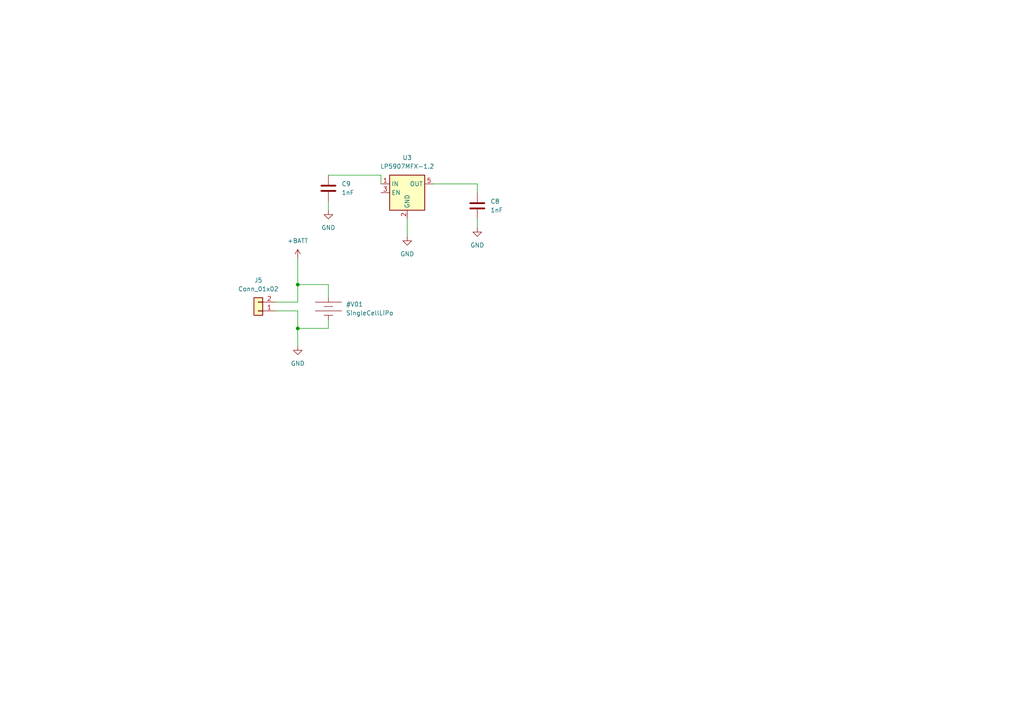
<source format=kicad_sch>
(kicad_sch (version 20230121) (generator eeschema)
  (paper "A4")
  (lib_symbols
    (symbol "Connector_Generic:Conn_01x02" (pin_names (offset 1.016) hide)
      (property "Reference" "J" (at 0 2.54 0))
      (property "Value" "Conn_01x02" (at 0 -5.08 0))
      (symbol "Conn_01x02_1_1"
        (rectangle (start -1.27 -2.413) (end 0 -2.667) (stroke (width 0.1524)))
        (rectangle (start -1.27 0.127) (end 0 -0.127) (stroke (width 0.1524)))
        (rectangle (start -1.27 1.27) (end 1.27 -3.81) (stroke (width 0.254)) (fill (type background)))
        (pin passive line (at -5.08 0 0) (length 3.81) (name "Pin_1") (number "1"))
        (pin passive line (at -5.08 -2.54 0) (length 3.81) (name "Pin_2") (number "2"))
      )
    )
    (symbol "Device:C" (pin_numbers hide) (pin_names (offset 0.254))
      (property "Reference" "C" (at 0.635 2.54 0))
      (property "Value" "C" (at 0.635 -2.54 0))
      (symbol "C_0_1"
        (polyline (pts (xy -2.032 -0.762) (xy 2.032 -0.762)) (stroke (width 0.508)))
        (polyline (pts (xy -2.032 0.762) (xy 2.032 0.762)) (stroke (width 0.508)))
      )
      (symbol "C_1_1"
        (pin passive line (at 0 3.81 270) (length 2.794) (name "~") (number "1"))
        (pin passive line (at 0 -3.81 90) (length 2.794) (name "~") (number "2"))
      )
    )
    (symbol "Regulator_Linear:LP5907MFX-1.2"
      (property "Reference" "U" (at -3.81 6.35 0))
      (property "Value" "LP5907MFX-1.2" (at 6.35 6.35 0))
      (symbol "LP5907MFX-1.2_0_1"
        (rectangle (start -5.08 -5.08) (end 5.08 5.08) (stroke (width 0.254)) (fill (type background)))
        (pin power_in line (at -7.62 2.54 0) (length 2.54) (name "IN") (number "1"))
        (pin power_in line (at 0 -7.62 90) (length 2.54) (name "GND") (number "2"))
        (pin input line (at -7.62 0 0) (length 2.54) (name "EN") (number "3"))
        (pin no_connect line (at 5.08 0 180) (length 2.54) hide (name "NC") (number "4"))
        (pin power_out line (at 7.62 2.54 180) (length 2.54) (name "OUT") (number "5"))
      )
    )
    (symbol "minimouse:SingleCellLiPo" (power) (pin_numbers hide) (pin_names hide) (in_bom no) (on_board no)
      (property "Reference" "V" (at 1.8796 0.3048 0))
      (property "Value" "SingleCellLiPo" (at -11.43 1.27 0))
      (symbol "SingleCellLiPo_0_1"
        (polyline (pts (xy -3.81 0) (xy 3.81 0)))
        (polyline (pts (xy -3.81 2.54) (xy 3.81 2.54)))
        (polyline (pts (xy -1.27 -1.27) (xy 1.27 -1.27)))
        (polyline (pts (xy -1.27 1.27) (xy 1.27 1.27)))
      )
      (symbol "SingleCellLiPo_1_1"
        (pin power_out line (at 0 -2.54 90) (length 1.27) (name "+") (number ""))
        (pin power_out line (at 0 3.81 270) (length 1.27) (name "+") (number ""))
      )
    )
    (symbol "power:+BATT" (power) (pin_names (offset 0))
      (property "Value" "+BATT" (at 0 3.556 0))
      (symbol "+BATT_0_1"
        (polyline (pts (xy -0.762 1.27) (xy 0 2.54)))
        (polyline (pts (xy 0 0) (xy 0 2.54)))
        (polyline (pts (xy 0 2.54) (xy 0.762 1.27)))
      )
      (symbol "+BATT_1_1"
        (pin power_in line (at 0 0 90) (length 0) hide (name "+BATT") (number "1"))
      )
    )
    (symbol "power:GND" (power) (pin_names (offset 0))
      (property "Value" "GND" (at 0 -3.81 0))
      (symbol "GND_0_1"
        (polyline (pts (xy 0 0) (xy 0 -1.27) (xy 1.27 -1.27) (xy 0 -2.54) (xy -1.27 -1.27) (xy 0 -1.27)))
      )
      (symbol "GND_1_1"
        (pin power_in line (at 0 0 270) (length 0) hide (name "GND") (number "1"))
      )
    )
  )
  (junction (at 86.36 82.55))
  (junction (at 86.36 95.25))
  (wire (pts (xy 86.36 90.17) (xy 86.36 95.25)))
  (wire (pts (xy 95.25 82.55) (xy 86.36 82.55)))
  (wire (pts (xy 138.43 55.88) (xy 138.43 53.34)))
  (wire (pts (xy 86.36 74.93) (xy 86.36 82.55)))
  (wire (pts (xy 95.25 86.36) (xy 95.25 82.55)))
  (wire (pts (xy 125.73 53.34) (xy 138.43 53.34)))
  (wire (pts (xy 95.25 92.71) (xy 95.25 95.25)))
  (wire (pts (xy 110.49 50.8) (xy 110.49 53.34)))
  (wire (pts (xy 80.01 87.63) (xy 86.36 87.63)))
  (wire (pts (xy 138.43 63.5) (xy 138.43 66.04)))
  (wire (pts (xy 118.11 63.5) (xy 118.11 68.58)))
  (wire (pts (xy 86.36 95.25) (xy 86.36 100.33)))
  (wire (pts (xy 95.25 95.25) (xy 86.36 95.25)))
  (wire (pts (xy 95.25 50.8) (xy 110.49 50.8)))
  (wire (pts (xy 86.36 82.55) (xy 86.36 87.63)))
  (wire (pts (xy 95.25 58.42) (xy 95.25 60.96)))
  (wire (pts (xy 80.01 90.17) (xy 86.36 90.17)))
  (symbol (lib_id "power:+BATT") (at 86.36 74.93 0) (unit 1)
    (property "Reference" "#PWR036" (effects hide))
    (property "Value" "+BATT" (at 86.36 69.85 0))
  )
  (symbol (lib_id "Device:C") (at 95.25 54.61 0) (unit 1)
    (property "Reference" "C9" (at 99.06 53.34 0) (effects (justify left)))
    (property "Value" "1nF" (at 99.06 55.88 0) (effects (justify left)))
  )
  (symbol (lib_id "minimouse:SingleCellLiPo") (at 95.25 90.17 0) (unit 1) (in_bom no) (on_board no)
    (property "Reference" "#V01" (at 100.33 88.265 0) (effects (justify left)))
    (property "Value" "SingleCellLiPo" (at 100.33 90.805 0) (effects (justify left)))
  )
  (symbol (lib_id "power:GND") (at 118.11 68.58 0) (unit 1)
    (property "Reference" "#PWR028" (effects hide))
    (property "Value" "GND" (at 118.11 73.66 0))
  )
  (symbol (lib_id "power:GND") (at 95.25 60.96 0) (unit 1)
    (property "Reference" "#PWR027" (effects hide))
    (property "Value" "GND" (at 95.25 66.04 0))
  )
  (symbol (lib_id "Device:C") (at 138.43 59.69 0) (unit 1)
    (property "Reference" "C8" (at 142.24 58.42 0) (effects (justify left)))
    (property "Value" "1nF" (at 142.24 60.96 0) (effects (justify left)))
  )
  (symbol (lib_id "Regulator_Linear:LP5907MFX-1.2") (at 118.11 55.88 0) (unit 1)
    (property "Reference" "U3" (at 118.11 45.72 0))
    (property "Value" "LP5907MFX-1.2" (at 118.11 48.26 0))
    (property "Footprint" "Package_TO_SOT_SMD:SOT-23-5" (effects hide))
    (property "Datasheet" "http://www.ti.com/lit/ds/symlink/lp5907.pdf" (effects hide))
  )
  (symbol (lib_id "power:GND") (at 138.43 66.04 0) (unit 1)
    (property "Reference" "#PWR026" (effects hide))
    (property "Value" "GND" (at 138.43 71.12 0))
  )
  (symbol (lib_id "Connector_Generic:Conn_01x02") (at 74.93 90.17 180) (unit 1)
    (property "Reference" "J5" (at 74.93 81.28 0))
    (property "Value" "Conn_01x02" (at 74.93 83.82 0))
    (property "Footprint" "Connector_PinHeader_2.54mm:PinHeader_1x02_P2.54mm_Vertical" (effects hide))
  )
  (symbol (lib_id "power:GND") (at 86.36 100.33 0) (unit 1)
    (property "Reference" "#PWR037" (effects hide))
    (property "Value" "GND" (at 86.36 105.41 0))
  )
)
</source>
